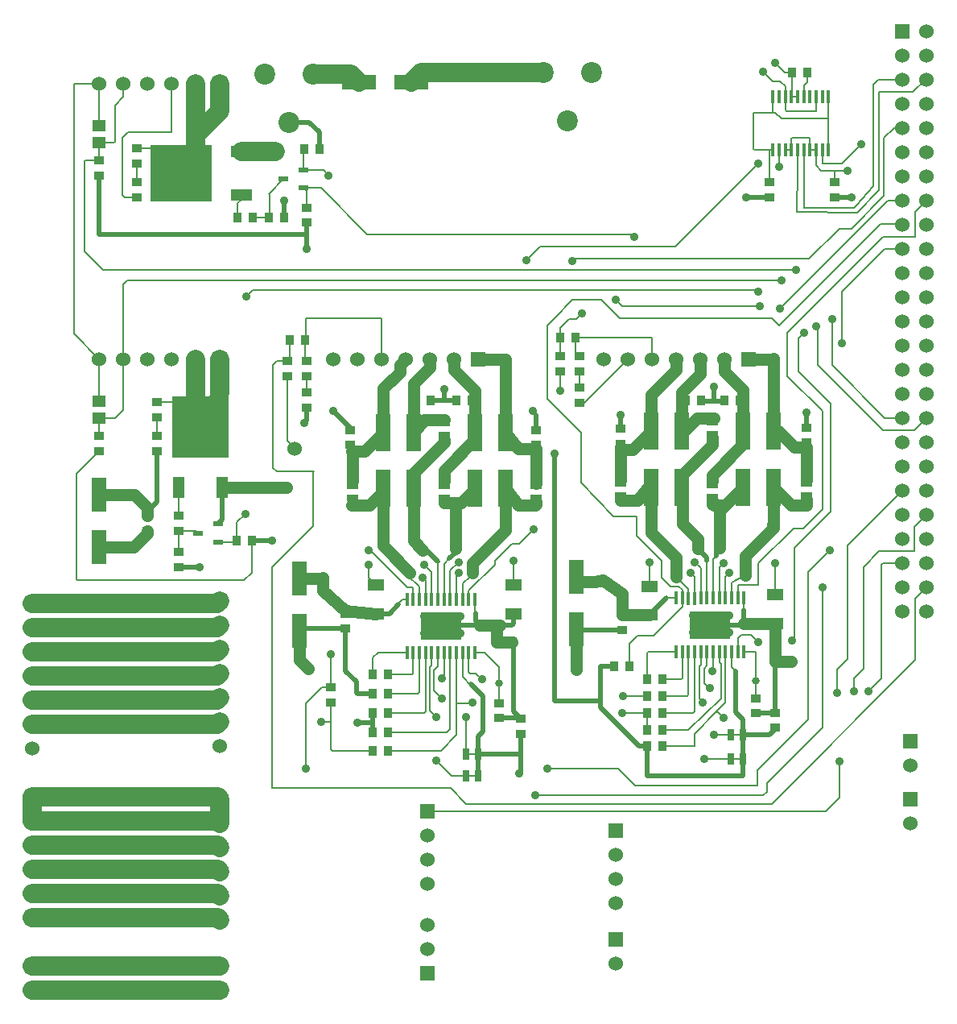
<source format=gtl>
G04 (created by PCBNEW (2013-05-18 BZR 4017)-stable) date Mon 15 Dec 2014 14:04:20 GMT*
%MOIN*%
G04 Gerber Fmt 3.4, Leading zero omitted, Abs format*
%FSLAX34Y34*%
G01*
G70*
G90*
G04 APERTURE LIST*
%ADD10C,0.00590551*%
%ADD11R,0.0906X0.0512*%
%ADD12R,0.2559X0.2323*%
%ADD13C,0.0315*%
%ADD14R,0.0165X0.0579*%
%ADD15C,0.06*%
%ADD16R,0.0394X0.0236*%
%ADD17R,0.025X0.05*%
%ADD18R,0.05X0.025*%
%ADD19R,0.0709X0.0453*%
%ADD20R,0.0374X0.0394*%
%ADD21R,0.0394X0.0374*%
%ADD22R,0.06X0.06*%
%ADD23R,0.0512X0.0906*%
%ADD24R,0.2323X0.2559*%
%ADD25R,0.0598X0.1535*%
%ADD26R,0.1417X0.063*%
%ADD27R,0.063X0.1417*%
%ADD28R,0.0571X0.0453*%
%ADD29C,0.0866*%
%ADD30R,0.1701X0.1181*%
%ADD31C,0.0354*%
%ADD32C,0.035*%
%ADD33C,0.008*%
%ADD34C,0.0198*%
%ADD35C,0.0787402*%
%ADD36C,0.0488*%
%ADD37C,0.0197*%
G04 APERTURE END LIST*
G54D10*
G54D11*
X41500Y-26400D03*
G54D12*
X39000Y-25500D03*
G54D11*
X41500Y-24600D03*
G54D13*
X52150Y-46600D03*
X62800Y-46500D03*
G54D14*
X64522Y-24552D03*
X64778Y-24552D03*
X65034Y-24552D03*
X65290Y-24552D03*
X63758Y-22350D03*
X63754Y-24552D03*
X64010Y-24552D03*
X64266Y-24552D03*
X65546Y-22348D03*
X65290Y-22348D03*
X65034Y-22348D03*
X64778Y-22348D03*
X64522Y-22348D03*
X64266Y-22348D03*
X65546Y-24552D03*
X64010Y-22350D03*
X63498Y-24552D03*
X65802Y-24552D03*
X65802Y-22348D03*
X63498Y-22348D03*
G54D15*
X43708Y-36904D03*
G54D16*
X40516Y-40775D03*
X39684Y-40400D03*
X40516Y-40025D03*
X44066Y-26125D03*
X43234Y-25750D03*
X44066Y-25375D03*
G54D17*
X50800Y-49550D03*
X51300Y-49550D03*
X62250Y-48750D03*
X61750Y-48750D03*
X62250Y-49750D03*
X61750Y-49750D03*
X50800Y-50450D03*
X51300Y-50450D03*
G54D18*
X46100Y-38950D03*
X46100Y-38450D03*
X64900Y-38350D03*
X64900Y-38850D03*
X61000Y-38400D03*
X61000Y-38900D03*
X61000Y-35800D03*
X61000Y-36300D03*
X57200Y-38350D03*
X57200Y-38850D03*
X53700Y-38950D03*
X53700Y-38450D03*
X49900Y-38950D03*
X49900Y-38450D03*
X49900Y-36350D03*
X49900Y-35850D03*
G54D19*
X52750Y-42559D03*
X52750Y-43741D03*
X47050Y-42559D03*
X47050Y-43741D03*
X63600Y-42959D03*
X63600Y-44141D03*
X58400Y-42609D03*
X58400Y-43791D03*
G54D20*
X54685Y-32300D03*
X55315Y-32300D03*
X47565Y-48650D03*
X46935Y-48650D03*
X43485Y-32400D03*
X44115Y-32400D03*
X64285Y-21350D03*
X64915Y-21350D03*
X41965Y-27350D03*
X41335Y-27350D03*
G54D21*
X35600Y-25615D03*
X35600Y-24985D03*
X35600Y-37015D03*
X35600Y-36385D03*
X37150Y-25885D03*
X37150Y-26515D03*
X38000Y-36385D03*
X38000Y-37015D03*
X38900Y-41815D03*
X38900Y-41185D03*
X44200Y-26935D03*
X44200Y-27565D03*
G54D20*
X41285Y-40700D03*
X41915Y-40700D03*
G54D21*
X38900Y-40315D03*
X38900Y-39685D03*
G54D20*
X58915Y-48550D03*
X58285Y-48550D03*
X58285Y-49200D03*
X58915Y-49200D03*
X56935Y-45900D03*
X57565Y-45900D03*
G54D21*
X45200Y-47415D03*
X45200Y-46785D03*
G54D20*
X46935Y-49400D03*
X47565Y-49400D03*
X43265Y-27350D03*
X42635Y-27350D03*
G54D21*
X44200Y-34585D03*
X44200Y-35215D03*
X55500Y-34385D03*
X55500Y-35015D03*
X63350Y-26515D03*
X63350Y-25885D03*
G54D22*
X40600Y-43200D03*
G54D15*
X40600Y-44200D03*
X40600Y-45200D03*
X40600Y-46200D03*
X40600Y-47200D03*
X40600Y-48200D03*
X40600Y-49200D03*
G54D22*
X32829Y-43313D03*
G54D15*
X32829Y-44313D03*
X32829Y-45313D03*
X32829Y-46313D03*
X32829Y-47313D03*
X32829Y-48313D03*
X32829Y-49313D03*
G54D22*
X62500Y-33200D03*
G54D15*
X61500Y-33200D03*
X60500Y-33200D03*
X59500Y-33200D03*
X58500Y-33200D03*
X57500Y-33200D03*
X56500Y-33200D03*
G54D22*
X51300Y-33200D03*
G54D15*
X50300Y-33200D03*
X49300Y-33200D03*
X48300Y-33200D03*
X47300Y-33200D03*
X46300Y-33200D03*
X45300Y-33200D03*
G54D22*
X40600Y-21800D03*
G54D15*
X39600Y-21800D03*
X38600Y-21800D03*
X37600Y-21800D03*
X36600Y-21800D03*
X35600Y-21800D03*
G54D22*
X57000Y-52700D03*
G54D15*
X57000Y-53700D03*
X57000Y-54700D03*
X57000Y-55700D03*
G54D22*
X49200Y-51900D03*
G54D15*
X49200Y-52900D03*
X49200Y-53900D03*
X49200Y-54900D03*
G54D22*
X32829Y-58313D03*
G54D15*
X32829Y-59313D03*
G54D22*
X57000Y-57200D03*
G54D15*
X57000Y-58200D03*
G54D22*
X69200Y-51400D03*
G54D15*
X69200Y-52400D03*
G54D22*
X69200Y-49000D03*
G54D15*
X69200Y-50000D03*
G54D22*
X68874Y-19639D03*
G54D15*
X69874Y-19639D03*
X68874Y-24639D03*
X69874Y-20639D03*
X68874Y-25639D03*
X69874Y-21639D03*
X68874Y-26639D03*
X69874Y-22639D03*
X68874Y-27639D03*
X69874Y-23639D03*
X68874Y-28639D03*
X69874Y-24639D03*
X68874Y-29639D03*
X69874Y-25639D03*
X68874Y-30639D03*
X69874Y-26639D03*
X68874Y-31639D03*
X69874Y-27639D03*
X68874Y-32639D03*
X69874Y-28639D03*
X68874Y-33639D03*
X69874Y-29639D03*
X68874Y-34639D03*
X69874Y-30639D03*
X69874Y-31639D03*
X68874Y-35639D03*
X69874Y-32639D03*
X69874Y-34639D03*
X69874Y-35639D03*
X69874Y-36639D03*
X69874Y-37639D03*
X68874Y-36639D03*
X68874Y-37639D03*
X68874Y-20639D03*
X68874Y-21639D03*
X68874Y-22639D03*
X68874Y-23639D03*
X68874Y-38639D03*
X69874Y-38639D03*
X69874Y-33639D03*
X68874Y-39639D03*
X69874Y-39639D03*
X68874Y-40639D03*
X69874Y-40639D03*
X68874Y-41639D03*
X69874Y-41639D03*
X68874Y-42639D03*
X69874Y-42639D03*
X68874Y-43639D03*
X69874Y-43639D03*
G54D21*
X38000Y-34985D03*
X38000Y-35600D03*
X37150Y-24485D03*
X37150Y-25100D03*
X44200Y-33285D03*
X44200Y-33900D03*
X55500Y-33085D03*
X55500Y-33700D03*
G54D23*
X38900Y-38500D03*
G54D24*
X39800Y-36000D03*
G54D23*
X40700Y-38500D03*
G54D25*
X63526Y-38511D03*
X62274Y-38511D03*
X63526Y-36189D03*
X62274Y-36189D03*
X59726Y-38511D03*
X58474Y-38511D03*
X59726Y-36189D03*
X58474Y-36189D03*
X48626Y-38561D03*
X47374Y-38561D03*
X48626Y-36239D03*
X47374Y-36239D03*
X52426Y-38561D03*
X51174Y-38561D03*
X52426Y-36239D03*
X51174Y-36239D03*
G54D26*
X46367Y-21750D03*
X48533Y-21750D03*
G54D27*
X43900Y-44433D03*
X43900Y-42267D03*
X55350Y-44383D03*
X55350Y-42217D03*
X35600Y-38817D03*
X35600Y-40983D03*
G54D28*
X35600Y-24254D03*
X35600Y-23546D03*
X35600Y-35654D03*
X35600Y-34946D03*
G54D21*
X45800Y-43735D03*
X45800Y-44365D03*
X57250Y-43785D03*
X57250Y-44415D03*
X52150Y-47435D03*
X52150Y-48065D03*
X62800Y-47235D03*
X62800Y-47865D03*
X54700Y-33085D03*
X54700Y-33715D03*
X43400Y-33285D03*
X43400Y-33915D03*
X66050Y-26515D03*
X66050Y-25885D03*
X53050Y-48715D03*
X53050Y-48085D03*
G54D20*
X58915Y-47850D03*
X58285Y-47850D03*
X58915Y-47150D03*
X58285Y-47150D03*
G54D21*
X63600Y-48465D03*
X63600Y-47835D03*
G54D20*
X47565Y-47050D03*
X46935Y-47050D03*
X47565Y-47850D03*
X46935Y-47850D03*
G54D22*
X32829Y-51313D03*
G54D15*
X32829Y-52313D03*
X32829Y-53313D03*
X32829Y-54313D03*
G54D22*
X32829Y-56313D03*
G54D15*
X32829Y-55313D03*
G54D22*
X40600Y-33200D03*
G54D15*
X39600Y-33200D03*
X38600Y-33200D03*
X37600Y-33200D03*
X36600Y-33200D03*
X35600Y-33200D03*
G54D22*
X40600Y-51400D03*
G54D15*
X40600Y-52400D03*
X40600Y-53400D03*
X40600Y-54400D03*
X40600Y-55400D03*
X40600Y-56400D03*
G54D22*
X49200Y-58600D03*
G54D15*
X49200Y-57600D03*
X49200Y-56600D03*
G54D22*
X40600Y-59300D03*
G54D15*
X40600Y-58300D03*
G54D29*
X43450Y-23400D03*
X44450Y-21400D03*
X42450Y-21400D03*
X55000Y-23350D03*
X56000Y-21350D03*
X54000Y-21350D03*
G54D21*
X57200Y-36715D03*
X57200Y-36085D03*
G54D20*
X60515Y-34900D03*
X59885Y-34900D03*
X62115Y-34900D03*
X61485Y-34900D03*
G54D21*
X64900Y-36035D03*
X64900Y-36665D03*
X46000Y-36765D03*
X46000Y-36135D03*
G54D20*
X49315Y-34900D03*
X48685Y-34900D03*
X51015Y-34900D03*
X50385Y-34900D03*
G54D21*
X53700Y-36135D03*
X53700Y-36765D03*
G54D20*
X46935Y-46250D03*
X47565Y-46250D03*
X58285Y-46450D03*
X58915Y-46450D03*
G54D21*
X37600Y-39685D03*
X37600Y-40315D03*
G54D20*
X44715Y-24500D03*
X44085Y-24500D03*
G54D14*
X49622Y-45352D03*
X49878Y-45352D03*
X50134Y-45352D03*
X50390Y-45352D03*
X48858Y-43150D03*
X48854Y-45352D03*
X49110Y-45352D03*
X49366Y-45352D03*
X50646Y-43148D03*
X50390Y-43148D03*
X50134Y-43148D03*
X49878Y-43148D03*
X49622Y-43148D03*
X49366Y-43148D03*
X50646Y-45352D03*
X49110Y-43150D03*
X48598Y-45352D03*
X50902Y-45352D03*
X50902Y-43148D03*
X48598Y-43148D03*
X48343Y-45352D03*
X51157Y-45352D03*
X51157Y-43148D03*
X48343Y-43148D03*
G54D30*
X49750Y-44250D03*
G54D31*
X49050Y-43850D03*
X49550Y-43850D03*
X50050Y-43850D03*
X50550Y-43850D03*
X49300Y-44200D03*
X49800Y-44200D03*
X50300Y-44200D03*
X49050Y-44550D03*
X49550Y-44550D03*
X50050Y-44550D03*
X50550Y-44550D03*
G54D14*
X60772Y-45302D03*
X61028Y-45302D03*
X61284Y-45302D03*
X61540Y-45302D03*
X60008Y-43100D03*
X60004Y-45302D03*
X60260Y-45302D03*
X60516Y-45302D03*
X61796Y-43098D03*
X61540Y-43098D03*
X61284Y-43098D03*
X61028Y-43098D03*
X60772Y-43098D03*
X60516Y-43098D03*
X61796Y-45302D03*
X60260Y-43100D03*
X59748Y-45302D03*
X62052Y-45302D03*
X62052Y-43098D03*
X59748Y-43098D03*
X59493Y-45302D03*
X62307Y-45302D03*
X62307Y-43098D03*
X59493Y-43098D03*
G54D30*
X60900Y-44200D03*
G54D31*
X60200Y-43800D03*
X60700Y-43800D03*
X61200Y-43800D03*
X61700Y-43800D03*
X60450Y-44150D03*
X60950Y-44150D03*
X61450Y-44150D03*
X60200Y-44500D03*
X60700Y-44500D03*
X61200Y-44500D03*
X61700Y-44500D03*
G54D32*
X53000Y-50350D03*
X44800Y-48200D03*
X49550Y-49800D03*
X49550Y-48000D03*
X50800Y-48000D03*
X49800Y-47250D03*
X42750Y-40700D03*
X61050Y-48750D03*
X60900Y-46800D03*
X60650Y-49750D03*
X60600Y-47400D03*
X66750Y-26500D03*
X62400Y-26500D03*
X63600Y-20950D03*
X44100Y-35850D03*
X44200Y-28650D03*
X54450Y-37100D03*
X39750Y-41800D03*
X43250Y-26650D03*
X65300Y-31850D03*
X63850Y-29950D03*
X66150Y-47000D03*
X66250Y-49850D03*
X65550Y-42650D03*
X53650Y-51250D03*
X65950Y-31550D03*
X64450Y-29500D03*
X55600Y-31300D03*
X55200Y-29150D03*
X57750Y-28150D03*
X67150Y-24300D03*
X63800Y-31100D03*
X62900Y-44900D03*
X64300Y-44850D03*
X64800Y-32100D03*
X53600Y-40250D03*
X62950Y-31000D03*
X57000Y-30750D03*
X54150Y-50150D03*
X65850Y-41100D03*
X44150Y-50150D03*
X46750Y-41100D03*
X45200Y-45400D03*
X41650Y-39600D03*
X41700Y-30600D03*
X62900Y-30400D03*
X62900Y-25100D03*
X53300Y-29100D03*
X63750Y-25250D03*
X66350Y-32550D03*
X51450Y-46450D03*
X66850Y-46950D03*
X67450Y-46950D03*
X46300Y-48250D03*
X52750Y-44850D03*
X44850Y-42250D03*
X45300Y-35350D03*
X53550Y-35350D03*
X49900Y-34450D03*
X36950Y-41000D03*
X43350Y-38500D03*
X64300Y-45750D03*
X66600Y-25400D03*
X63100Y-21300D03*
X42900Y-24600D03*
X57250Y-47850D03*
X64900Y-35400D03*
X57200Y-35500D03*
X61050Y-34350D03*
X56450Y-42350D03*
X45100Y-25600D03*
X54700Y-34500D03*
X50500Y-41600D03*
X52750Y-41550D03*
X58400Y-41600D03*
X60250Y-41600D03*
X61450Y-48050D03*
X61000Y-46100D03*
X46750Y-41700D03*
X49050Y-41700D03*
X63600Y-41650D03*
X61450Y-41650D03*
X51050Y-47400D03*
X49800Y-46400D03*
X57300Y-47150D03*
X50500Y-42050D03*
X49000Y-42250D03*
X44250Y-46000D03*
X55350Y-46050D03*
X37050Y-38800D03*
X61700Y-42050D03*
X60100Y-42050D03*
G54D33*
X61750Y-49750D02*
X62250Y-49750D01*
X61750Y-48750D02*
X62250Y-48750D01*
X50800Y-50450D02*
X51300Y-50450D01*
X50800Y-49550D02*
X51300Y-49550D01*
X64522Y-22348D02*
X64266Y-22348D01*
G54D34*
X62250Y-48750D02*
X62250Y-49750D01*
X53050Y-50300D02*
X53050Y-49500D01*
X53000Y-50350D02*
X53050Y-50300D01*
G54D33*
X45200Y-48200D02*
X44800Y-48200D01*
X45200Y-47415D02*
X45200Y-48200D01*
X45200Y-48200D02*
X45200Y-49350D01*
X45250Y-49400D02*
X46935Y-49400D01*
X45200Y-49350D02*
X45250Y-49400D01*
X49290Y-47500D02*
X49290Y-47740D01*
X49366Y-45884D02*
X49290Y-45959D01*
X49290Y-45959D02*
X49290Y-47500D01*
X49366Y-45352D02*
X49366Y-45884D01*
X50200Y-50450D02*
X50800Y-50450D01*
X49550Y-49800D02*
X50200Y-50450D01*
X49290Y-47740D02*
X49550Y-48000D01*
X49450Y-46050D02*
X49500Y-46050D01*
X49800Y-47250D02*
X49450Y-46900D01*
X49450Y-46900D02*
X49450Y-46050D01*
X50800Y-49550D02*
X50800Y-48000D01*
X49622Y-45928D02*
X49622Y-45352D01*
X49500Y-46050D02*
X49622Y-45928D01*
X50646Y-45352D02*
X50646Y-46346D01*
X51000Y-46700D02*
X51000Y-46650D01*
X50646Y-46346D02*
X51000Y-46700D01*
G54D34*
X51300Y-49550D02*
X51300Y-48800D01*
X51300Y-48800D02*
X51500Y-48600D01*
X51500Y-48600D02*
X51500Y-47150D01*
X51500Y-47150D02*
X51000Y-46650D01*
X51000Y-46650D02*
X51000Y-46650D01*
X51300Y-49550D02*
X51300Y-50450D01*
X53050Y-48715D02*
X53050Y-49500D01*
X53000Y-49550D02*
X51300Y-49550D01*
X53050Y-49500D02*
X53000Y-49550D01*
X42750Y-40700D02*
X41915Y-40700D01*
X61950Y-46100D02*
X61950Y-47800D01*
X61950Y-47800D02*
X62250Y-48100D01*
X62250Y-48100D02*
X62250Y-48750D01*
G54D33*
X61796Y-45946D02*
X61950Y-46100D01*
X61796Y-45302D02*
X61796Y-45946D01*
X61796Y-45946D02*
X61800Y-45950D01*
X60772Y-45302D02*
X60772Y-45878D01*
X61050Y-48750D02*
X61750Y-48750D01*
X60850Y-46800D02*
X60900Y-46800D01*
X60650Y-46600D02*
X60850Y-46800D01*
X60650Y-46000D02*
X60650Y-46600D01*
X60772Y-45878D02*
X60650Y-46000D01*
X60516Y-45302D02*
X60516Y-45834D01*
X60650Y-49750D02*
X61750Y-49750D01*
X60450Y-47250D02*
X60600Y-47400D01*
X60450Y-45900D02*
X60450Y-47250D01*
X60516Y-45834D02*
X60450Y-45900D01*
G54D34*
X66735Y-26515D02*
X66050Y-26515D01*
X66750Y-26500D02*
X66735Y-26515D01*
X63350Y-26515D02*
X62415Y-26515D01*
X62415Y-26515D02*
X62400Y-26500D01*
G54D33*
X64285Y-21350D02*
X64000Y-21350D01*
X64000Y-21350D02*
X63600Y-20950D01*
X64285Y-21350D02*
X64285Y-22329D01*
X64285Y-22329D02*
X64266Y-22348D01*
G54D35*
X32829Y-48313D02*
X40487Y-48313D01*
X40487Y-48313D02*
X40600Y-48200D01*
G54D33*
X41915Y-40700D02*
X41915Y-42035D01*
X41915Y-42035D02*
X41600Y-42350D01*
X41600Y-42350D02*
X34700Y-42350D01*
X34700Y-42350D02*
X34650Y-42300D01*
X34650Y-42300D02*
X34650Y-37965D01*
X34650Y-37965D02*
X35600Y-37015D01*
G54D34*
X44200Y-35215D02*
X44200Y-35750D01*
X44200Y-35750D02*
X44100Y-35850D01*
X44200Y-28000D02*
X44150Y-28000D01*
X44200Y-28650D02*
X44200Y-28000D01*
X56350Y-45900D02*
X56350Y-47350D01*
X54450Y-47350D02*
X54450Y-37100D01*
X56350Y-47350D02*
X54450Y-47350D01*
X44200Y-27565D02*
X44200Y-28100D01*
X44200Y-28100D02*
X44150Y-28050D01*
X44150Y-28050D02*
X35600Y-28050D01*
X35600Y-28050D02*
X35600Y-25615D01*
G54D33*
X35600Y-28050D02*
X35600Y-28050D01*
X55500Y-35015D02*
X55685Y-35015D01*
X55685Y-35015D02*
X57500Y-33200D01*
G54D34*
X58285Y-49200D02*
X57950Y-49200D01*
X57950Y-49200D02*
X56350Y-47600D01*
X56350Y-47600D02*
X56350Y-45900D01*
X56350Y-45900D02*
X56935Y-45900D01*
X62250Y-49750D02*
X62250Y-50450D01*
X62250Y-50450D02*
X58300Y-50450D01*
X58300Y-50450D02*
X58285Y-50435D01*
X58285Y-50435D02*
X58285Y-49200D01*
X62250Y-48750D02*
X63350Y-48750D01*
X63350Y-48750D02*
X63600Y-48500D01*
X39735Y-41815D02*
X39750Y-41800D01*
X38900Y-41815D02*
X39735Y-41815D01*
X43265Y-26665D02*
X43265Y-27350D01*
X43250Y-26650D02*
X43265Y-26665D01*
G54D33*
X36600Y-33200D02*
X36600Y-30100D01*
X69363Y-36150D02*
X69874Y-35639D01*
X68050Y-36150D02*
X69363Y-36150D01*
X65350Y-33450D02*
X68050Y-36150D01*
X65350Y-31900D02*
X65350Y-33450D01*
X65300Y-31850D02*
X65350Y-31900D01*
X36750Y-29950D02*
X63850Y-29950D01*
X36600Y-30100D02*
X36750Y-29950D01*
X35600Y-35654D02*
X35600Y-36385D01*
X36600Y-33200D02*
X36600Y-35300D01*
X36246Y-35654D02*
X35600Y-35654D01*
X36600Y-35300D02*
X36246Y-35654D01*
X49200Y-51900D02*
X50100Y-51900D01*
X66600Y-40913D02*
X68874Y-38639D01*
X66600Y-45600D02*
X66600Y-40913D01*
X66150Y-46050D02*
X66600Y-45600D01*
X66150Y-47000D02*
X66150Y-46050D01*
X66250Y-51350D02*
X66250Y-49850D01*
X65700Y-51900D02*
X66250Y-51350D01*
X50100Y-51900D02*
X65700Y-51900D01*
X56200Y-51250D02*
X53650Y-51250D01*
X65550Y-42650D02*
X65550Y-48450D01*
X65550Y-48450D02*
X63250Y-50750D01*
X63250Y-50750D02*
X63250Y-51100D01*
X63250Y-51100D02*
X63100Y-51250D01*
X63100Y-51250D02*
X56200Y-51250D01*
X35600Y-24985D02*
X35015Y-24985D01*
X68139Y-35639D02*
X68874Y-35639D01*
X65950Y-33450D02*
X68139Y-35639D01*
X65950Y-31550D02*
X65950Y-33450D01*
X35750Y-29500D02*
X64450Y-29500D01*
X35000Y-28750D02*
X35750Y-29500D01*
X35000Y-25000D02*
X35000Y-28750D01*
X35015Y-24985D02*
X35000Y-25000D01*
X36600Y-21800D02*
X36600Y-22350D01*
X36196Y-24254D02*
X35600Y-24254D01*
X36250Y-24200D02*
X36196Y-24254D01*
X36250Y-22700D02*
X36250Y-24200D01*
X36600Y-22350D02*
X36250Y-22700D01*
X35600Y-24985D02*
X35600Y-24254D01*
X66750Y-27800D02*
X66250Y-27800D01*
X68511Y-23639D02*
X68100Y-24050D01*
X68100Y-24050D02*
X68100Y-26450D01*
X68100Y-26450D02*
X66750Y-27800D01*
X68874Y-23639D02*
X68511Y-23639D01*
X54685Y-31915D02*
X54685Y-32300D01*
X55050Y-31550D02*
X54685Y-31915D01*
X55350Y-31550D02*
X55050Y-31550D01*
X55600Y-31300D02*
X55350Y-31550D01*
X55300Y-29050D02*
X55200Y-29150D01*
X65000Y-29050D02*
X55300Y-29050D01*
X66250Y-27800D02*
X65000Y-29050D01*
X54685Y-32300D02*
X54685Y-33070D01*
X54685Y-33070D02*
X54700Y-33085D01*
G54D35*
X32829Y-51313D02*
X32829Y-52313D01*
X40600Y-51400D02*
X40600Y-52400D01*
X32829Y-52313D02*
X40513Y-52313D01*
X40513Y-52313D02*
X40600Y-52400D01*
X32829Y-51313D02*
X40513Y-51313D01*
X40513Y-51313D02*
X40600Y-51400D01*
X32829Y-44313D02*
X40487Y-44313D01*
X40487Y-44313D02*
X40600Y-44200D01*
X32829Y-43313D02*
X40487Y-43313D01*
X40487Y-43313D02*
X40600Y-43200D01*
X32829Y-45313D02*
X40487Y-45313D01*
X40487Y-45313D02*
X40600Y-45200D01*
X32829Y-46313D02*
X40487Y-46313D01*
X40487Y-46313D02*
X40600Y-46200D01*
X32829Y-47313D02*
X40487Y-47313D01*
X40487Y-47313D02*
X40600Y-47200D01*
X32829Y-55313D02*
X40513Y-55313D01*
X40513Y-55313D02*
X40600Y-55400D01*
X40600Y-21800D02*
X40600Y-22950D01*
X40600Y-22950D02*
X39600Y-23950D01*
X39600Y-21800D02*
X39600Y-23950D01*
X39600Y-23950D02*
X39600Y-24900D01*
X39600Y-24900D02*
X39000Y-25500D01*
G54D33*
X37150Y-24485D02*
X37985Y-24485D01*
X37985Y-24485D02*
X39000Y-25500D01*
X65550Y-35350D02*
X65550Y-39400D01*
X68050Y-28150D02*
X64100Y-32100D01*
X64100Y-32100D02*
X64100Y-33900D01*
X64100Y-33900D02*
X65550Y-35350D01*
X62052Y-42552D02*
X62052Y-43098D01*
X62050Y-42550D02*
X62052Y-42552D01*
X62900Y-42550D02*
X62050Y-42550D01*
X62900Y-41650D02*
X62900Y-42550D01*
X64350Y-40200D02*
X62900Y-41650D01*
X64750Y-40200D02*
X64350Y-40200D01*
X65550Y-39400D02*
X64750Y-40200D01*
X68050Y-28150D02*
X68050Y-28150D01*
X68050Y-28150D02*
X69400Y-28150D01*
X69400Y-27113D02*
X69874Y-26639D01*
X69400Y-28050D02*
X69400Y-27113D01*
X69400Y-28150D02*
X69400Y-28050D01*
X57150Y-31500D02*
X63450Y-31500D01*
X54150Y-34850D02*
X54150Y-31800D01*
X57850Y-39700D02*
X57700Y-39700D01*
X57700Y-39700D02*
X56900Y-39700D01*
X56900Y-39700D02*
X55550Y-38300D01*
X55550Y-38300D02*
X55550Y-36250D01*
X55550Y-36250D02*
X54150Y-34850D01*
X59748Y-43098D02*
X59748Y-42748D01*
X58900Y-41550D02*
X57850Y-40500D01*
X58900Y-42250D02*
X58900Y-41550D01*
X59250Y-42600D02*
X58900Y-42250D01*
X59600Y-42600D02*
X59250Y-42600D01*
X59748Y-42748D02*
X59600Y-42600D01*
X57850Y-40500D02*
X57850Y-39700D01*
X54150Y-31800D02*
X54450Y-31500D01*
X55200Y-30750D02*
X56400Y-30750D01*
X56400Y-30750D02*
X57150Y-31500D01*
X54450Y-31500D02*
X55200Y-30750D01*
X68835Y-27600D02*
X68874Y-27639D01*
X67950Y-27600D02*
X68835Y-27600D01*
X63750Y-31800D02*
X67950Y-27600D01*
X63450Y-31500D02*
X63750Y-31800D01*
X57565Y-45100D02*
X57550Y-45100D01*
X57550Y-45100D02*
X57565Y-45100D01*
X59748Y-43098D02*
X59748Y-43452D01*
X57565Y-44985D02*
X57565Y-45100D01*
X57565Y-45100D02*
X57565Y-45900D01*
X57900Y-44650D02*
X57565Y-44985D01*
X58550Y-44650D02*
X57900Y-44650D01*
X59748Y-43452D02*
X58550Y-44650D01*
G54D36*
X61000Y-38250D02*
X61000Y-38000D01*
X62274Y-36726D02*
X62274Y-36189D01*
X61000Y-38000D02*
X62274Y-36726D01*
X62274Y-36189D02*
X62274Y-34474D01*
X61500Y-33700D02*
X61500Y-33200D01*
X62274Y-34474D02*
X61500Y-33700D01*
X63526Y-36189D02*
X63739Y-36189D01*
X64900Y-36850D02*
X64900Y-38200D01*
X64400Y-36850D02*
X64900Y-36850D01*
X63739Y-36189D02*
X64400Y-36850D01*
X63526Y-36189D02*
X63526Y-33174D01*
X63500Y-33200D02*
X62500Y-33200D01*
X63526Y-33174D02*
X63500Y-33200D01*
X59726Y-36189D02*
X59811Y-36189D01*
X60350Y-35650D02*
X61050Y-35650D01*
X59811Y-36189D02*
X60350Y-35650D01*
X59726Y-36189D02*
X59726Y-34574D01*
X60500Y-33800D02*
X60500Y-33200D01*
X59726Y-34574D02*
X60500Y-33800D01*
X57200Y-38200D02*
X57200Y-36850D01*
X58474Y-36189D02*
X58461Y-36189D01*
X57700Y-36950D02*
X57300Y-36950D01*
X58461Y-36189D02*
X57700Y-36950D01*
X58474Y-36189D02*
X58474Y-34676D01*
X59500Y-33650D02*
X59500Y-33200D01*
X58474Y-34676D02*
X59500Y-33650D01*
G54D33*
X44775Y-26125D02*
X44066Y-26125D01*
X46700Y-28050D02*
X44775Y-26125D01*
X57650Y-28050D02*
X46700Y-28050D01*
X57750Y-28150D02*
X57650Y-28050D01*
X44200Y-26935D02*
X44200Y-26259D01*
X44200Y-26259D02*
X44066Y-26125D01*
X65546Y-24552D02*
X65546Y-25096D01*
X66350Y-25100D02*
X67150Y-24300D01*
X65550Y-25100D02*
X66350Y-25100D01*
X65546Y-25096D02*
X65550Y-25100D01*
X62800Y-46500D02*
X62800Y-47235D01*
X62307Y-45302D02*
X62798Y-45302D01*
X62800Y-45304D02*
X62800Y-46500D01*
X62798Y-45302D02*
X62800Y-45304D01*
X65900Y-35200D02*
X65900Y-35050D01*
X68874Y-26639D02*
X68261Y-26639D01*
X68261Y-26639D02*
X63800Y-31100D01*
X64300Y-44850D02*
X64400Y-44750D01*
X64400Y-44750D02*
X64400Y-41000D01*
X64400Y-41000D02*
X65900Y-39500D01*
X65900Y-39500D02*
X65900Y-35200D01*
X62052Y-44748D02*
X62052Y-45302D01*
X62200Y-44600D02*
X62052Y-44748D01*
X62600Y-44600D02*
X62200Y-44600D01*
X62900Y-44900D02*
X62600Y-44600D01*
X64550Y-32350D02*
X64800Y-32100D01*
X64550Y-33700D02*
X64550Y-32350D01*
X65900Y-35050D02*
X64550Y-33700D01*
X55315Y-32300D02*
X58500Y-32300D01*
X58500Y-32300D02*
X58500Y-33200D01*
X55315Y-32300D02*
X55315Y-32900D01*
X55315Y-32900D02*
X55500Y-33085D01*
X38000Y-34985D02*
X38785Y-34985D01*
X38785Y-34985D02*
X39800Y-36000D01*
G54D35*
X39600Y-33200D02*
X39600Y-35800D01*
G54D36*
X39600Y-35800D02*
X39800Y-36000D01*
X39800Y-36000D02*
X39800Y-35400D01*
G54D35*
X40600Y-34600D02*
X40600Y-33200D01*
G54D36*
X39800Y-35400D02*
X40600Y-34600D01*
G54D33*
X53000Y-40850D02*
X53600Y-40250D01*
X50902Y-43148D02*
X50902Y-42798D01*
X52000Y-41550D02*
X52700Y-40850D01*
X52000Y-41700D02*
X52000Y-41550D01*
X50902Y-42798D02*
X52000Y-41700D01*
X52700Y-40850D02*
X53000Y-40850D01*
X57250Y-31000D02*
X62950Y-31000D01*
X57000Y-30750D02*
X57250Y-31000D01*
X62850Y-50850D02*
X57800Y-50850D01*
X57800Y-50850D02*
X57100Y-50150D01*
X57100Y-50150D02*
X54250Y-50150D01*
X54250Y-50150D02*
X54150Y-50250D01*
X54150Y-50250D02*
X54150Y-50150D01*
X64950Y-42000D02*
X65850Y-41100D01*
X62850Y-50850D02*
X62850Y-50200D01*
X62850Y-50200D02*
X64950Y-48100D01*
X64950Y-48100D02*
X64950Y-42000D01*
X54150Y-50150D02*
X54200Y-50100D01*
X45200Y-46785D02*
X44815Y-46785D01*
X44150Y-47450D02*
X44150Y-50150D01*
X44815Y-46785D02*
X44150Y-47450D01*
X45200Y-46785D02*
X45200Y-45400D01*
X46750Y-41100D02*
X46775Y-41075D01*
X46775Y-41075D02*
X46750Y-41100D01*
X46750Y-41100D02*
X46750Y-41050D01*
X48598Y-43148D02*
X48598Y-42698D01*
X48350Y-42650D02*
X46750Y-41050D01*
X46750Y-41050D02*
X46750Y-41050D01*
X48550Y-42650D02*
X48350Y-42650D01*
X48598Y-42698D02*
X48550Y-42650D01*
G54D36*
X51174Y-36239D02*
X51174Y-36526D01*
X49900Y-37800D02*
X49900Y-38250D01*
X51174Y-36526D02*
X49900Y-37800D01*
X51174Y-36239D02*
X51174Y-34524D01*
X50300Y-33650D02*
X50300Y-33200D01*
X51174Y-34524D02*
X50300Y-33650D01*
X52950Y-36900D02*
X52426Y-36239D01*
X53700Y-36900D02*
X52950Y-36900D01*
X53700Y-36900D02*
X53700Y-38350D01*
X52426Y-36239D02*
X52426Y-33226D01*
X52426Y-33226D02*
X52400Y-33200D01*
X52400Y-33200D02*
X51300Y-33200D01*
X49900Y-35700D02*
X49050Y-35700D01*
X49050Y-35700D02*
X48626Y-36239D01*
X48626Y-36239D02*
X48626Y-34224D01*
X49300Y-33550D02*
X49300Y-33200D01*
X48626Y-34224D02*
X49300Y-33550D01*
X47374Y-36239D02*
X47361Y-36239D01*
X46100Y-37050D02*
X46100Y-38250D01*
X46050Y-37000D02*
X46100Y-37050D01*
X46600Y-37000D02*
X46050Y-37000D01*
X47361Y-36239D02*
X46600Y-37000D01*
X47374Y-36239D02*
X47374Y-34426D01*
X48050Y-33450D02*
X48300Y-33200D01*
X48050Y-33750D02*
X48050Y-33450D01*
X47374Y-34426D02*
X48050Y-33750D01*
G54D33*
X62900Y-30350D02*
X62900Y-30400D01*
X41285Y-39965D02*
X41650Y-39600D01*
X41700Y-30600D02*
X41950Y-30350D01*
X41950Y-30350D02*
X62900Y-30350D01*
X41285Y-40700D02*
X41285Y-39965D01*
X40516Y-40775D02*
X41210Y-40775D01*
X41210Y-40775D02*
X41285Y-40700D01*
X53300Y-29100D02*
X53850Y-28550D01*
X53850Y-28550D02*
X59450Y-28550D01*
X59450Y-28550D02*
X62900Y-25100D01*
X63754Y-25246D02*
X63754Y-24552D01*
X63750Y-25250D02*
X63754Y-25246D01*
X52150Y-46600D02*
X52150Y-47435D01*
X51157Y-45352D02*
X51552Y-45352D01*
X52150Y-45950D02*
X52150Y-46600D01*
X51552Y-45352D02*
X52150Y-45950D01*
X68111Y-28639D02*
X66350Y-30400D01*
X66350Y-30400D02*
X66350Y-32550D01*
X68874Y-28639D02*
X68111Y-28639D01*
X50902Y-45352D02*
X50902Y-46152D01*
X51200Y-46200D02*
X51450Y-46450D01*
X50950Y-46200D02*
X51200Y-46200D01*
X50902Y-46152D02*
X50950Y-46200D01*
X43400Y-33285D02*
X42965Y-33285D01*
X69400Y-43113D02*
X69874Y-42639D01*
X69400Y-45650D02*
X69400Y-43113D01*
X63450Y-51600D02*
X69400Y-45650D01*
X50800Y-51600D02*
X63450Y-51600D01*
X50150Y-50950D02*
X50800Y-51600D01*
X43050Y-50950D02*
X50150Y-50950D01*
X42750Y-50950D02*
X43050Y-50950D01*
X42750Y-41800D02*
X42750Y-50950D01*
X44450Y-40100D02*
X42750Y-41800D01*
X44450Y-37900D02*
X44450Y-40100D01*
X44500Y-37850D02*
X44450Y-37900D01*
X42950Y-37850D02*
X44500Y-37850D01*
X42800Y-37700D02*
X42950Y-37850D01*
X42800Y-33450D02*
X42800Y-37700D01*
X42965Y-33285D02*
X42800Y-33450D01*
X43485Y-32400D02*
X43485Y-33200D01*
X43485Y-33200D02*
X43400Y-33285D01*
X44115Y-32400D02*
X44115Y-33200D01*
X44115Y-33200D02*
X44200Y-33285D01*
X44150Y-31500D02*
X44150Y-32365D01*
X47300Y-31550D02*
X47250Y-31500D01*
X47250Y-31500D02*
X44150Y-31500D01*
X47300Y-33200D02*
X47300Y-31550D01*
X44150Y-32365D02*
X44115Y-32400D01*
X69861Y-39639D02*
X69874Y-39639D01*
X69350Y-40150D02*
X69861Y-39639D01*
X69350Y-41150D02*
X69350Y-40150D01*
X67900Y-41150D02*
X69350Y-41150D01*
X67250Y-41800D02*
X67900Y-41150D01*
X67250Y-46000D02*
X67250Y-41800D01*
X66850Y-46400D02*
X67250Y-46000D01*
X66850Y-46950D02*
X66850Y-46400D01*
X68061Y-41639D02*
X68874Y-41639D01*
X68000Y-41700D02*
X68061Y-41639D01*
X68000Y-46400D02*
X68000Y-41700D01*
X67450Y-46950D02*
X68000Y-46400D01*
G54D35*
X32829Y-59313D02*
X40587Y-59313D01*
X40587Y-59313D02*
X40600Y-59300D01*
G54D34*
X46935Y-48250D02*
X46300Y-48250D01*
G54D37*
X46935Y-47850D02*
X46935Y-48250D01*
X46935Y-48250D02*
X46935Y-48650D01*
G54D34*
X52750Y-44850D02*
X52750Y-47785D01*
X52750Y-47785D02*
X53050Y-48085D01*
X52150Y-48065D02*
X53030Y-48065D01*
X53030Y-48065D02*
X53050Y-48085D01*
G54D36*
X52700Y-44900D02*
X52050Y-44900D01*
G54D33*
X52750Y-44850D02*
X52700Y-44900D01*
G54D36*
X52050Y-44900D02*
X52050Y-44350D01*
G54D34*
X52050Y-44350D02*
X52200Y-44200D01*
X51200Y-43700D02*
X51200Y-44050D01*
G54D33*
X51157Y-43657D02*
X51200Y-43700D01*
X51157Y-43148D02*
X51157Y-43657D01*
G54D34*
X51200Y-44050D02*
X51350Y-44200D01*
X49800Y-44200D02*
X51350Y-44200D01*
G54D36*
X51350Y-44200D02*
X52200Y-44200D01*
G54D34*
X52200Y-44200D02*
X52700Y-44200D01*
X52750Y-44150D02*
X52700Y-44200D01*
X52750Y-44150D02*
X52750Y-43741D01*
X49800Y-44200D02*
X49750Y-44250D01*
X47050Y-43741D02*
X47609Y-43741D01*
X47609Y-43741D02*
X48000Y-43350D01*
G54D33*
X48343Y-43148D02*
X48152Y-43148D01*
X48152Y-43148D02*
X48000Y-43300D01*
G54D36*
X44850Y-42250D02*
X44850Y-42785D01*
X45800Y-43600D02*
X47050Y-43741D01*
X44850Y-42785D02*
X45800Y-43600D01*
X43900Y-42267D02*
X44833Y-42267D01*
X44833Y-42267D02*
X44850Y-42250D01*
G54D33*
X46000Y-36135D02*
X46000Y-36050D01*
G54D34*
X46000Y-36050D02*
X45300Y-35350D01*
X53700Y-36135D02*
X53700Y-35500D01*
G54D33*
X53700Y-35500D02*
X53550Y-35350D01*
G54D34*
X49315Y-34900D02*
X49850Y-34900D01*
X49850Y-34900D02*
X49900Y-34850D01*
X49900Y-34850D02*
X49900Y-34450D01*
X49315Y-34900D02*
X50385Y-34900D01*
G54D33*
X36950Y-41000D02*
X36950Y-40983D01*
G54D36*
X40700Y-38500D02*
X43350Y-38500D01*
G54D35*
X54000Y-21350D02*
X48933Y-21350D01*
X48933Y-21350D02*
X48533Y-21750D01*
G54D36*
X64250Y-45700D02*
X63600Y-45700D01*
G54D33*
X64300Y-45750D02*
X64250Y-45700D01*
X66050Y-25400D02*
X66600Y-25400D01*
X65290Y-24552D02*
X65290Y-25190D01*
X66050Y-25400D02*
X66050Y-25885D01*
X65500Y-25400D02*
X66050Y-25400D01*
X65290Y-25190D02*
X65500Y-25400D01*
X64010Y-21910D02*
X64010Y-22350D01*
X63800Y-21700D02*
X64010Y-21910D01*
X63500Y-21700D02*
X63800Y-21700D01*
X63100Y-21300D02*
X63500Y-21700D01*
X65290Y-22348D02*
X65290Y-22940D01*
X65280Y-22950D02*
X64700Y-22950D01*
X64700Y-22950D02*
X64600Y-22950D01*
X64600Y-22950D02*
X64500Y-22950D01*
X65290Y-22940D02*
X65280Y-22950D01*
X64010Y-22890D02*
X64070Y-22950D01*
X64010Y-22350D02*
X64010Y-22890D01*
X64070Y-22950D02*
X64500Y-22950D01*
X64266Y-24552D02*
X64266Y-24084D01*
X64266Y-24084D02*
X64300Y-24050D01*
X64300Y-24050D02*
X64700Y-24050D01*
X65034Y-24084D02*
X65034Y-24552D01*
X64700Y-24050D02*
X65000Y-24050D01*
X65000Y-24050D02*
X65034Y-24084D01*
X65034Y-24552D02*
X65290Y-24552D01*
X64010Y-24552D02*
X64266Y-24552D01*
G54D35*
X41500Y-24600D02*
X42900Y-24600D01*
G54D34*
X40700Y-38500D02*
X40700Y-39841D01*
X40700Y-39841D02*
X40516Y-40025D01*
G54D36*
X37600Y-40315D02*
X37600Y-40400D01*
X37600Y-40400D02*
X37017Y-40983D01*
X37017Y-40983D02*
X36950Y-40983D01*
X36950Y-40983D02*
X35600Y-40983D01*
G54D33*
X43400Y-33915D02*
X43400Y-36596D01*
X43400Y-36596D02*
X43708Y-36904D01*
X58285Y-47850D02*
X57250Y-47850D01*
X59493Y-43098D02*
X59093Y-43098D01*
G54D34*
X59093Y-43098D02*
X58400Y-43791D01*
X63100Y-47835D02*
X63535Y-47835D01*
X62800Y-47850D02*
X62770Y-47880D01*
X63100Y-47835D02*
X62800Y-47850D01*
X63600Y-47770D02*
X63600Y-45700D01*
X63535Y-47835D02*
X63600Y-47770D01*
G54D36*
X63600Y-45700D02*
X63600Y-44141D01*
G54D33*
X58285Y-48550D02*
X58285Y-47850D01*
G54D36*
X57250Y-43785D02*
X58394Y-43785D01*
X58394Y-43785D02*
X58400Y-43791D01*
G54D34*
X64900Y-35400D02*
X64900Y-36035D01*
X57200Y-35500D02*
X57200Y-36085D01*
X61050Y-34950D02*
X60565Y-34950D01*
G54D33*
X60565Y-34950D02*
X60515Y-34900D01*
G54D34*
X61050Y-34950D02*
X61435Y-34950D01*
X61050Y-34350D02*
X61050Y-34950D01*
G54D33*
X61435Y-34950D02*
X61485Y-34900D01*
G54D36*
X57250Y-43785D02*
X57250Y-42900D01*
X57250Y-42900D02*
X56450Y-42350D01*
X56133Y-42417D02*
X55350Y-42417D01*
X56450Y-42350D02*
X56133Y-42417D01*
X63600Y-44141D02*
X62307Y-44141D01*
G54D34*
X62307Y-44141D02*
X62307Y-44193D01*
X62307Y-43593D02*
X62307Y-44193D01*
X62300Y-44200D02*
X60900Y-44200D01*
X62307Y-44193D02*
X62300Y-44200D01*
G54D33*
X62307Y-43098D02*
X62307Y-43593D01*
X62307Y-43593D02*
X62300Y-43600D01*
X44066Y-25375D02*
X44066Y-24519D01*
X44066Y-24519D02*
X44085Y-24500D01*
X44875Y-25375D02*
X44066Y-25375D01*
X45100Y-25600D02*
X44875Y-25375D01*
X54700Y-34500D02*
X54700Y-33715D01*
X63352Y-24552D02*
X62752Y-24552D01*
X62700Y-23000D02*
X63450Y-23000D01*
X62700Y-24500D02*
X62700Y-23000D01*
X62752Y-24552D02*
X62700Y-24500D01*
X63498Y-24552D02*
X63352Y-24552D01*
X63350Y-24554D02*
X63350Y-25885D01*
X63352Y-24552D02*
X63350Y-24554D01*
X63500Y-23000D02*
X63600Y-23000D01*
X63850Y-23250D02*
X65802Y-23250D01*
X63600Y-23000D02*
X63850Y-23250D01*
X63498Y-22348D02*
X63498Y-22998D01*
X63498Y-22998D02*
X63500Y-23000D01*
X65802Y-23500D02*
X65800Y-23500D01*
X65800Y-23500D02*
X65802Y-23500D01*
X65802Y-24552D02*
X65802Y-23500D01*
X65802Y-23500D02*
X65802Y-23250D01*
X65802Y-23250D02*
X65802Y-22348D01*
G54D36*
X64900Y-39000D02*
X64900Y-39250D01*
X63526Y-38526D02*
X63526Y-38511D01*
X64250Y-39250D02*
X63526Y-38526D01*
X64900Y-39250D02*
X64250Y-39250D01*
X63526Y-38511D02*
X63526Y-40189D01*
X63500Y-40050D02*
X63500Y-40215D01*
X63500Y-40163D02*
X63500Y-40050D01*
X63526Y-40189D02*
X63500Y-40163D01*
X62350Y-42150D02*
X62350Y-41365D01*
X62350Y-41365D02*
X63500Y-40215D01*
G54D33*
X61796Y-43098D02*
X61800Y-42450D01*
X61800Y-42450D02*
X62350Y-42150D01*
X59493Y-45302D02*
X58348Y-45302D01*
X58285Y-45365D02*
X58285Y-46450D01*
X58348Y-45302D02*
X58285Y-45365D01*
G54D36*
X61000Y-36450D02*
X61000Y-36750D01*
X59726Y-38024D02*
X59726Y-38511D01*
X61000Y-36750D02*
X59726Y-38024D01*
X59750Y-40000D02*
X59750Y-38535D01*
X60400Y-40650D02*
X59750Y-40000D01*
G54D34*
X60750Y-41550D02*
X60750Y-41400D01*
G54D33*
X60772Y-41572D02*
X60750Y-41550D01*
X60772Y-43098D02*
X60772Y-41572D01*
G54D34*
X60750Y-41400D02*
X60400Y-41050D01*
G54D36*
X60400Y-41050D02*
X60400Y-40650D01*
X59750Y-38535D02*
X59726Y-38511D01*
G54D33*
X47565Y-46250D02*
X48550Y-46250D01*
X48598Y-46202D02*
X48598Y-45352D01*
X48550Y-46250D02*
X48598Y-46202D01*
X47565Y-47850D02*
X49050Y-47850D01*
X49110Y-47790D02*
X49110Y-45352D01*
X49050Y-47850D02*
X49110Y-47790D01*
X52750Y-42559D02*
X52750Y-41550D01*
X50134Y-41966D02*
X50500Y-41600D01*
X50134Y-41966D02*
X50134Y-43148D01*
X47565Y-47050D02*
X48800Y-47050D01*
X48854Y-46996D02*
X48854Y-45352D01*
X48800Y-47050D02*
X48854Y-46996D01*
X61350Y-46300D02*
X61350Y-45800D01*
X60000Y-48550D02*
X61350Y-47250D01*
X61350Y-47250D02*
X61350Y-46300D01*
X58915Y-48550D02*
X60000Y-48550D01*
X61284Y-45734D02*
X61284Y-45302D01*
X61350Y-45800D02*
X61284Y-45734D01*
X58915Y-47850D02*
X60200Y-47850D01*
X60260Y-47790D02*
X60260Y-45302D01*
X60200Y-47850D02*
X60260Y-47790D01*
X60516Y-43098D02*
X60516Y-41866D01*
X58400Y-41600D02*
X58400Y-42609D01*
X60516Y-41866D02*
X60250Y-41600D01*
G54D34*
X50350Y-41050D02*
X50350Y-41200D01*
G54D33*
X49878Y-41672D02*
X50100Y-41450D01*
X49878Y-43148D02*
X49878Y-41672D01*
G54D36*
X50350Y-41050D02*
X50350Y-39150D01*
G54D34*
X50350Y-41200D02*
X50100Y-41450D01*
G54D36*
X51174Y-38561D02*
X51174Y-38576D01*
X50600Y-39150D02*
X50350Y-39150D01*
X50350Y-39150D02*
X49900Y-39150D01*
X51174Y-38576D02*
X50600Y-39150D01*
G54D34*
X49000Y-41100D02*
X49150Y-41100D01*
G54D36*
X48626Y-40726D02*
X49000Y-41100D01*
X48626Y-38561D02*
X48626Y-40726D01*
G54D34*
X49150Y-41100D02*
X49622Y-41572D01*
G54D33*
X49622Y-43148D02*
X49622Y-41572D01*
X49622Y-41572D02*
X49600Y-41550D01*
G54D36*
X48626Y-38561D02*
X48626Y-37924D01*
X49900Y-36650D02*
X49900Y-36550D01*
X48626Y-37924D02*
X49900Y-36650D01*
G54D33*
X58915Y-46450D02*
X59700Y-46450D01*
X59748Y-46402D02*
X59748Y-45302D01*
X59700Y-46450D02*
X59748Y-46402D01*
X58915Y-47150D02*
X59950Y-47150D01*
X60004Y-47096D02*
X60004Y-45302D01*
X59950Y-47150D02*
X60004Y-47096D01*
G54D36*
X52426Y-38561D02*
X52426Y-40274D01*
X51050Y-41650D02*
X51050Y-42050D01*
X52426Y-40274D02*
X51050Y-41650D01*
G54D33*
X50646Y-43148D02*
X50646Y-42496D01*
X50942Y-42200D02*
X51050Y-42200D01*
X50646Y-42496D02*
X50942Y-42200D01*
G54D36*
X53700Y-39100D02*
X53700Y-39200D01*
X52950Y-39250D02*
X52426Y-38561D01*
X53650Y-39250D02*
X52950Y-39250D01*
X53700Y-39200D02*
X53650Y-39250D01*
G54D33*
X61028Y-45302D02*
X61028Y-46072D01*
X61200Y-47800D02*
X61200Y-47750D01*
X61175Y-47775D02*
X61200Y-47800D01*
X61450Y-48050D02*
X61175Y-47775D01*
X61028Y-46072D02*
X61000Y-46100D01*
X58900Y-49200D02*
X60250Y-49200D01*
X61540Y-47410D02*
X61540Y-45302D01*
X60250Y-48700D02*
X61200Y-47750D01*
X61200Y-47750D02*
X61540Y-47410D01*
X60250Y-49200D02*
X60250Y-48700D01*
X60250Y-49200D02*
X60250Y-49200D01*
X44200Y-33900D02*
X44200Y-34585D01*
X46750Y-41700D02*
X46750Y-42259D01*
X49366Y-43148D02*
X49366Y-42016D01*
X49366Y-42016D02*
X49050Y-41700D01*
X46750Y-42259D02*
X47050Y-42559D01*
X47565Y-48650D02*
X50000Y-48650D01*
X50134Y-48516D02*
X50134Y-45352D01*
X50000Y-48650D02*
X50134Y-48516D01*
G54D36*
X47374Y-38561D02*
X47374Y-40924D01*
X47374Y-40924D02*
X48450Y-42050D01*
G54D33*
X48858Y-43150D02*
X48858Y-42608D01*
X48858Y-42608D02*
X48350Y-42150D01*
G54D36*
X47374Y-38561D02*
X47374Y-38676D01*
X46800Y-39250D02*
X46050Y-39250D01*
X47374Y-38676D02*
X46800Y-39250D01*
G54D33*
X64915Y-21350D02*
X64915Y-21735D01*
X64778Y-21872D02*
X64778Y-22348D01*
X64915Y-21735D02*
X64778Y-21872D01*
X61284Y-43098D02*
X61284Y-41816D01*
X63600Y-41650D02*
X63600Y-42959D01*
X61284Y-41816D02*
X61450Y-41650D01*
G54D36*
X58474Y-38511D02*
X58339Y-38511D01*
X57900Y-39050D02*
X57200Y-39050D01*
X58339Y-38511D02*
X57900Y-39050D01*
X59500Y-42200D02*
X59500Y-41400D01*
G54D33*
X60008Y-42708D02*
X59500Y-42200D01*
X60008Y-43100D02*
X60008Y-42708D01*
G54D36*
X58474Y-40374D02*
X58474Y-38511D01*
X59500Y-41400D02*
X58474Y-40374D01*
G54D34*
X61150Y-41350D02*
X61150Y-41150D01*
G54D33*
X61028Y-41472D02*
X61150Y-41350D01*
X61028Y-43098D02*
X61028Y-41472D01*
G54D36*
X61300Y-41000D02*
X61300Y-39485D01*
G54D34*
X61150Y-41150D02*
X61300Y-41000D01*
G54D36*
X61000Y-39050D02*
X61000Y-39200D01*
X61535Y-39250D02*
X61300Y-39485D01*
X61300Y-39485D02*
X62274Y-38511D01*
X61050Y-39250D02*
X61535Y-39250D01*
X61000Y-39200D02*
X61050Y-39250D01*
G54D33*
X46935Y-46250D02*
X46935Y-45565D01*
X47148Y-45352D02*
X48343Y-45352D01*
X46935Y-45565D02*
X47148Y-45352D01*
X49878Y-45352D02*
X49878Y-46322D01*
X51000Y-47450D02*
X50390Y-47450D01*
X51050Y-47400D02*
X51000Y-47450D01*
X49878Y-46322D02*
X49800Y-46400D01*
X47565Y-49400D02*
X49750Y-49400D01*
X50390Y-48760D02*
X50390Y-47450D01*
X50390Y-47450D02*
X50390Y-45352D01*
X49750Y-49400D02*
X50390Y-48760D01*
X38900Y-40315D02*
X39599Y-40315D01*
X39599Y-40315D02*
X39684Y-40400D01*
X38900Y-40315D02*
X38900Y-41185D01*
X38000Y-35600D02*
X38000Y-36385D01*
X42642Y-26342D02*
X42642Y-27343D01*
X42642Y-27343D02*
X42635Y-27350D01*
X41965Y-27350D02*
X42635Y-27350D01*
X42635Y-26349D02*
X42642Y-26342D01*
X42642Y-26342D02*
X43234Y-25750D01*
X37150Y-25100D02*
X37150Y-25885D01*
X38900Y-38500D02*
X38900Y-39685D01*
X41500Y-26400D02*
X41500Y-26600D01*
X41335Y-26765D02*
X41335Y-27350D01*
X41500Y-26600D02*
X41335Y-26765D01*
X55500Y-33700D02*
X55500Y-34385D01*
X67000Y-27150D02*
X67006Y-27150D01*
X67900Y-26200D02*
X67899Y-26200D01*
X67006Y-27150D02*
X67900Y-26200D01*
X67900Y-22150D02*
X67899Y-26200D01*
X69874Y-21639D02*
X69811Y-21639D01*
X69300Y-22150D02*
X67900Y-22150D01*
X69811Y-21639D02*
X69300Y-22150D01*
X64500Y-27100D02*
X64522Y-25413D01*
X64528Y-27128D02*
X64500Y-27100D01*
X67000Y-27150D02*
X64528Y-27128D01*
X64522Y-24552D02*
X64522Y-25413D01*
X66850Y-26950D02*
X66950Y-26850D01*
X64800Y-25350D02*
X64800Y-25950D01*
X64778Y-25313D02*
X64800Y-25350D01*
X64778Y-24552D02*
X64778Y-25313D01*
X66850Y-26950D02*
X66650Y-26950D01*
X66650Y-26950D02*
X64800Y-26950D01*
X64800Y-26950D02*
X64800Y-26435D01*
X64800Y-26435D02*
X64800Y-25950D01*
X67650Y-21850D02*
X67650Y-26050D01*
X67861Y-21639D02*
X67650Y-21850D01*
X68874Y-21639D02*
X67861Y-21639D01*
X66950Y-26850D02*
X67650Y-26050D01*
G54D35*
X32829Y-56313D02*
X40513Y-56313D01*
X40513Y-56313D02*
X40600Y-56400D01*
G54D33*
X35600Y-21800D02*
X34550Y-21800D01*
X34550Y-21800D02*
X34550Y-21850D01*
X34550Y-21850D02*
X34550Y-32150D01*
X34550Y-32150D02*
X35600Y-33200D01*
X35600Y-33200D02*
X35600Y-34946D01*
X35600Y-23546D02*
X35600Y-21800D01*
X58285Y-47150D02*
X57300Y-47150D01*
G54D34*
X43450Y-23400D02*
X44300Y-23400D01*
X44715Y-23815D02*
X44715Y-24500D01*
X44300Y-23400D02*
X44715Y-23815D01*
X45800Y-44365D02*
X45800Y-46100D01*
X46300Y-47050D02*
X46935Y-47050D01*
X46250Y-47000D02*
X46300Y-47050D01*
X46250Y-46550D02*
X46250Y-47000D01*
X45800Y-46100D02*
X46250Y-46550D01*
G54D33*
X50390Y-42160D02*
X50500Y-42050D01*
X50390Y-43148D02*
X50390Y-42160D01*
X49110Y-42360D02*
X49110Y-43150D01*
X49000Y-42250D02*
X49110Y-42360D01*
G54D34*
X45800Y-44365D02*
X43968Y-44365D01*
X43968Y-44365D02*
X43900Y-44433D01*
G54D36*
X43900Y-45650D02*
X43900Y-44433D01*
X44250Y-46000D02*
X43900Y-45650D01*
G54D35*
X44450Y-21400D02*
X46017Y-21400D01*
X46017Y-21400D02*
X46367Y-21750D01*
G54D36*
X55350Y-46050D02*
X55350Y-44383D01*
G54D35*
X32829Y-58313D02*
X40587Y-58313D01*
X40587Y-58313D02*
X40600Y-58300D01*
X32829Y-54313D02*
X40513Y-54313D01*
X40513Y-54313D02*
X40600Y-54400D01*
X32829Y-53313D02*
X40513Y-53313D01*
X40513Y-53313D02*
X40600Y-53400D01*
G54D33*
X37150Y-26515D02*
X36665Y-26515D01*
X38600Y-23750D02*
X38600Y-21800D01*
X38600Y-23800D02*
X38600Y-23750D01*
X36800Y-23800D02*
X38600Y-23800D01*
X36550Y-24050D02*
X36800Y-23800D01*
X36550Y-26400D02*
X36550Y-24050D01*
X36665Y-26515D02*
X36550Y-26400D01*
G54D34*
X38000Y-37015D02*
X38000Y-39100D01*
X37600Y-39500D02*
X37600Y-39685D01*
X38000Y-39100D02*
X37600Y-39500D01*
G54D36*
X37600Y-39685D02*
X37600Y-39350D01*
X37600Y-39350D02*
X37050Y-38800D01*
X37050Y-38800D02*
X37033Y-38817D01*
X37033Y-38817D02*
X35600Y-38817D01*
G54D33*
X61540Y-43098D02*
X61540Y-42210D01*
X61540Y-42210D02*
X61700Y-42050D01*
X60260Y-43100D02*
X60260Y-42210D01*
X60260Y-42210D02*
X60100Y-42050D01*
G54D34*
X57250Y-44415D02*
X55518Y-44415D01*
X55518Y-44415D02*
X55350Y-44583D01*
M02*

</source>
